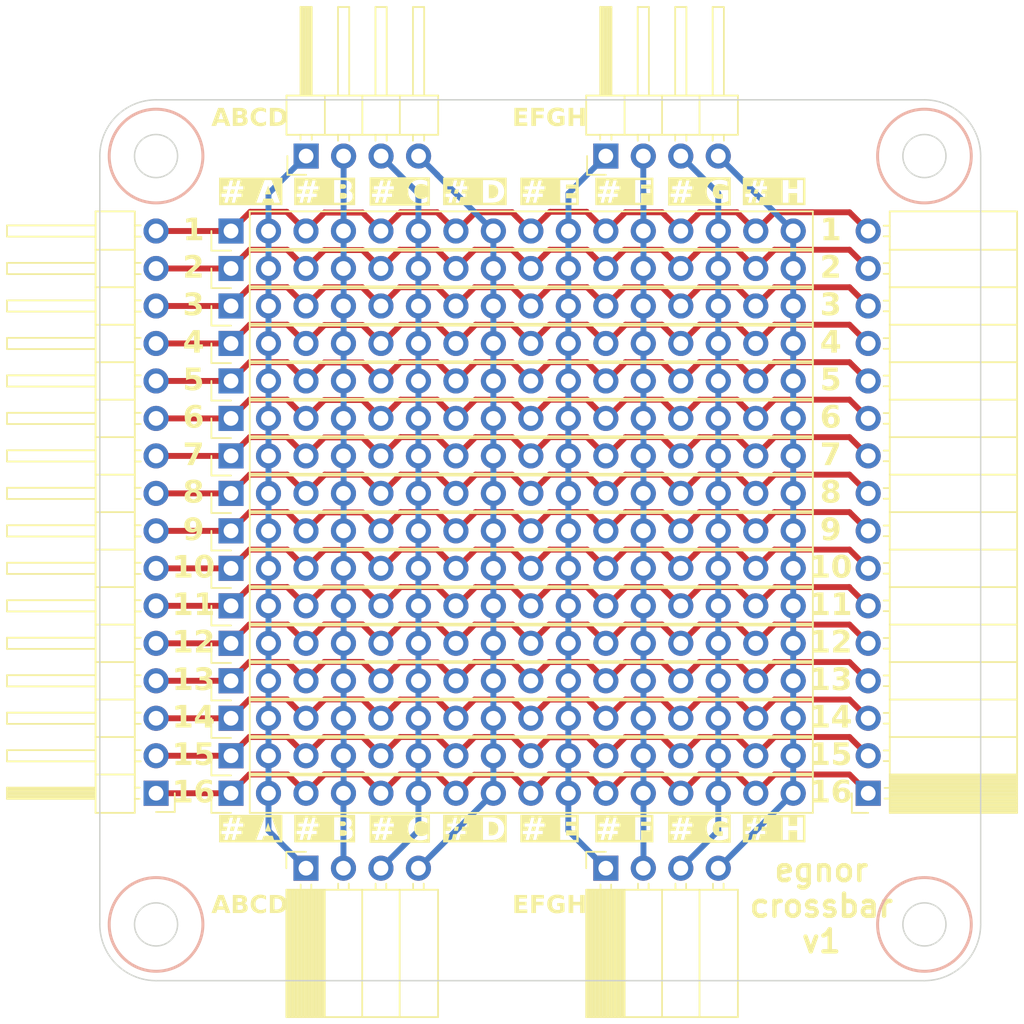
<source format=kicad_pcb>
(kicad_pcb (version 20221018) (generator pcbnew)
  (layers (0 "F.Cu" signal) (31 "B.Cu" signal) (34 "B.Paste" user) (35 "F.Paste" user) (36 "B.SilkS" user "B.Silkscreen") (37 "F.SilkS" user "F.Silkscreen") (38 "B.Mask" user) (39 "F.Mask" user) (44 "Edge.Cuts" user))
  (net 0 "")
  (net 1 "Net-(J1-Pin_1)")
  (net 2 "Net-(J10-Pin_2)")
  (net 3 "Net-(J10-Pin_4)")
  (net 4 "Net-(J10-Pin_6)")
  (net 5 "Net-(J10-Pin_8)")
  (net 6 "Net-(J10-Pin_10)")
  (net 7 "Net-(J10-Pin_12)")
  (net 8 "Net-(J10-Pin_14)")
  (net 9 "Net-(J1-Pin_16)")
  (net 10 "Net-(J1-Pin_2)")
  (net 11 "Net-(J1-Pin_3)")
  (net 12 "Net-(J1-Pin_4)")
  (net 13 "Net-(J1-Pin_5)")
  (net 14 "Net-(J1-Pin_6)")
  (net 15 "Net-(J1-Pin_7)")
  (net 16 "Net-(J1-Pin_8)")
  (net 17 "Net-(J1-Pin_9)")
  (net 18 "Net-(J1-Pin_10)")
  (net 19 "Net-(J1-Pin_11)")
  (net 20 "Net-(J1-Pin_12)")
  (net 21 "Net-(J1-Pin_13)")
  (net 22 "Net-(J1-Pin_14)")
  (net 23 "Net-(J1-Pin_15)")
  (net 24 "Net-(J10-Pin_16)")
  (footprint "Connector_PinHeader_2.54mm:PinHeader_1x16_P2.54mm_Vertical" (layer "F.Cu") (at 144.78 95.25 90)
    (fp_text reference "J9" hide)
    (fp_text value "Conn_01x16_Pin" hide)
  )
  (footprint "Connector_PinSocket_2.54mm:PinSocket_1x16_P2.54mm_Horizontal" (layer "F.Cu") (at 187.96 118.11 180)
    (fp_text reference "J2" hide)
    (fp_text value "Conn_01x16_Socket" hide)
  )
  (footprint "Connector_PinHeader_2.54mm:PinHeader_1x16_P2.54mm_Vertical" (layer "F.Cu") (at 144.78 113.03 90)
    (fp_text reference "J16" hide)
    (fp_text value "Conn_01x16_Pin" hide)
  )
  (footprint "Connector_PinSocket_2.54mm:PinSocket_1x04_P2.54mm_Horizontal" (layer "F.Cu") (at 170.18 123.19 90)
    (fp_text reference "J22" hide)
    (fp_text value "Conn_01x04_Socket" hide)
  )
  (footprint "Connector_PinSocket_2.54mm:PinSocket_1x04_P2.54mm_Horizontal" (layer "F.Cu") (at 149.86 123.19 90)
    (fp_text reference "J21" hide)
    (fp_text value "Conn_01x04_Socket" hide)
  )
  (footprint "Connector_PinHeader_2.54mm:PinHeader_1x16_P2.54mm_Vertical" (layer "F.Cu") (at 144.78 92.71 90)
    (fp_text reference "J8" hide)
    (fp_text value "Conn_01x16_Pin" hide)
  )
  (footprint "Connector_PinHeader_2.54mm:PinHeader_1x16_P2.54mm_Vertical" (layer "F.Cu") (at 144.78 110.49 90)
    (fp_text reference "J15" hide)
    (fp_text value "Conn_01x16_Pin" hide)
  )
  (footprint "Connector_PinHeader_2.54mm:PinHeader_1x16_P2.54mm_Vertical" (layer "F.Cu") (at 144.78 87.63 90)
    (fp_text reference "J6" hide)
    (fp_text value "Conn_01x16_Pin" hide)
  )
  (footprint "Connector_PinHeader_2.54mm:PinHeader_1x16_P2.54mm_Vertical" (layer "F.Cu") (at 144.78 102.87 90)
    (fp_text reference "J12" hide)
    (fp_text value "Conn_01x16_Pin" hide)
  )
  (footprint "Connector_PinHeader_2.54mm:PinHeader_1x16_P2.54mm_Vertical" (layer "F.Cu") (at 144.78 85.09 90)
    (fp_text reference "J5" hide)
    (fp_text value "Conn_01x16_Pin" hide)
  )
  (footprint "Connector_PinHeader_2.54mm:PinHeader_1x16_P2.54mm_Vertical" (layer "F.Cu") (at 144.78 80.01 90)
    (fp_text reference "J3" hide)
    (fp_text value "Conn_01x16_Pin" hide)
  )
  (footprint "Connector_PinHeader_2.54mm:PinHeader_1x16_P2.54mm_Vertical" (layer "F.Cu") (at 144.78 90.17 90)
    (fp_text reference "J7" hide)
    (fp_text value "Conn_01x16_Pin" hide)
  )
  (footprint "Connector_PinHeader_2.54mm:PinHeader_1x16_P2.54mm_Vertical" (layer "F.Cu") (at 144.78 100.33 90)
    (fp_text reference "J11" hide)
    (fp_text value "Conn_01x16_Pin" hide)
  )
  (footprint "Connector_PinHeader_2.54mm:PinHeader_1x16_P2.54mm_Vertical" (layer "F.Cu") (at 144.78 105.41 90)
    (fp_text reference "J13" hide)
    (fp_text value "Conn_01x16_Pin" hide)
  )
  (footprint "Connector_PinHeader_2.54mm:PinHeader_1x04_P2.54mm_Horizontal" (layer "F.Cu") (at 170.18 74.93 90)
    (fp_text reference "J20" hide)
    (fp_text value "Conn_01x04_Pin" hide)
  )
  (footprint "Connector_PinHeader_2.54mm:PinHeader_1x16_P2.54mm_Horizontal" (layer "F.Cu") (at 139.7 118.11 180)
    (fp_text reference "J1" hide)
    (fp_text value "Conn_01x16_Pin" hide)
  )
  (footprint "Connector_PinHeader_2.54mm:PinHeader_1x16_P2.54mm_Vertical" (layer "F.Cu") (at 144.78 82.55 90)
    (fp_text reference "J4" hide)
    (fp_text value "Conn_01x16_Pin" hide)
  )
  (footprint "Connector_PinHeader_2.54mm:PinHeader_1x16_P2.54mm_Vertical" (layer "F.Cu") (at 144.78 115.57 90)
    (fp_text reference "J17" hide)
    (fp_text value "Conn_01x16_Pin" hide)
  )
  (footprint "Connector_PinHeader_2.54mm:PinHeader_1x16_P2.54mm_Vertical" (layer "F.Cu") (at 144.78 97.79 90)
    (fp_text reference "J10" hide)
    (fp_text value "Conn_01x16_Pin" hide)
  )
  (footprint "Connector_PinHeader_2.54mm:PinHeader_1x16_P2.54mm_Vertical" (layer "F.Cu") (at 144.78 118.11 90)
    (fp_text reference "J18" hide)
    (fp_text value "Conn_01x16_Pin" hide)
  )
  (footprint "Connector_PinHeader_2.54mm:PinHeader_1x16_P2.54mm_Vertical" (layer "F.Cu") (at 144.78 107.95 90)
    (fp_text reference "J14" hide)
    (fp_text value "Conn_01x16_Pin" hide)
  )
  (footprint "Connector_PinHeader_2.54mm:PinHeader_1x04_P2.54mm_Horizontal" (layer "F.Cu") (at 149.87 74.93 90)
    (fp_text reference "J19" hide)
    (fp_text value "Conn_01x04_Pin" hide)
  )
  (gr_circle (center 139.7 127) (end 142.875 127) (stroke (width 0.2)) (fill none) (layer "B.SilkS"))
  (gr_circle (center 139.7 74.93) (end 142.875 74.93) (stroke (width 0.2)) (fill none) (layer "B.SilkS"))
  (gr_circle (center 191.77 127) (end 194.945 127) (stroke (width 0.2)) (fill none) (layer "B.SilkS"))
  (gr_circle (center 191.77 74.93) (end 194.945 74.93) (stroke (width 0.2)) (fill none) (layer "B.SilkS"))
  (gr_arc (start 191.77 71.12) (mid 194.464077 72.235923) (end 195.58 74.93) (stroke (width 0.1)) (layer "Edge.Cuts"))
  (gr_arc (start 135.89 74.93) (mid 137.005923 72.235923) (end 139.7 71.12) (stroke (width 0.1)) (layer "Edge.Cuts"))
  (gr_circle (center 191.77 127) (end 193.2305 127) (stroke (width 0.1)) (fill none) (layer "Edge.Cuts"))
  (gr_line (start 195.58 74.93) (end 195.58 127) (stroke (width 0.1)) (layer "Edge.Cuts"))
  (gr_arc (start 139.7 130.81) (mid 137.005923 129.694077) (end 135.89 127) (stroke (width 0.1)) (layer "Edge.Cuts"))
  (gr_circle (center 139.7 127) (end 141.1605 127) (stroke (width 0.1)) (fill none) (layer "Edge.Cuts"))
  (gr_line (start 139.7 71.12) (end 191.77 71.12) (stroke (width 0.1)) (layer "Edge.Cuts"))
  (gr_circle (center 191.77 74.93) (end 193.2305 74.93) (stroke (width 0.1)) (fill none) (layer "Edge.Cuts"))
  (gr_arc (start 195.58 127) (mid 194.464077 129.694077) (end 191.77 130.81) (stroke (width 0.1)) (layer "Edge.Cuts"))
  (gr_line (start 135.89 127) (end 135.89 74.93) (stroke (width 0.1)) (layer "Edge.Cuts"))
  (gr_line (start 191.77 130.81) (end 139.7 130.81) (stroke (width 0.1)) (layer "Edge.Cuts"))
  (gr_circle (center 139.7 74.93) (end 141.1605 74.93) (stroke (width 0.1)) (fill none) (layer "Edge.Cuts"))
  (gr_text "9" (at 185.42 100.33) (layer "F.SilkS") (effects (font (size 1.5 1.5) (thickness 0.3) bold)))
  (gr_text "2" (at 185.42 82.55) (layer "F.SilkS") (effects (font (size 1.5 1.5) (thickness 0.3) bold)))
  (gr_text "# F" (at 171.45 77.47) (layer "F.SilkS" knockout) (effects (font (size 1.5 1.5) (thickness 0.3) bold)))
  (gr_text "# F" (at 171.45 120.65) (layer "F.SilkS" knockout) (effects (font (size 1.5 1.5) (thickness 0.3) bold)))
  (gr_text "8" (at 142.24 97.79) (layer "F.SilkS") (effects (font (size 1.5 1.5) (thickness 0.3) bold)))
  (gr_text "3" (at 185.42 85.09) (layer "F.SilkS") (effects (font (size 1.5 1.5) (thickness 0.3) bold)))
  (gr_text "15" (at 185.42 115.57) (layer "F.SilkS") (effects (font (size 1.5 1.5) (thickness 0.3) bold)))
  (gr_text "# B" (at 151.13 77.47) (layer "F.SilkS" knockout) (effects (font (size 1.5 1.5) (thickness 0.3) bold)))
  (gr_text "2" (at 142.24 82.55) (layer "F.SilkS") (effects (font (size 1.5 1.5) (thickness 0.3) bold)))
  (gr_text "16" (at 185.42 118.11) (layer "F.SilkS") (effects (font (size 1.5 1.5) (thickness 0.3) bold)))
  (gr_text "1" (at 185.42 80.01) (layer "F.SilkS") (effects (font (size 1.5 1.5) (thickness 0.3) bold)))
  (gr_text "# G" (at 176.53 120.65) (layer "F.SilkS" knockout) (effects (font (size 1.5 1.5) (thickness 0.3) bold)))
  (gr_text "# D" (at 161.29 77.47) (layer "F.SilkS" knockout) (effects (font (size 1.5 1.5) (thickness 0.3) bold)))
  (gr_text "12" (at 142.24 107.95) (layer "F.SilkS") (effects (font (size 1.5 1.5) (thickness 0.3) bold)))
  (gr_text "6" (at 142.24 92.71) (layer "F.SilkS") (effects (font (size 1.5 1.5) (thickness 0.3) bold)))
  (gr_text "# D" (at 161.29 120.65) (layer "F.SilkS" knockout) (effects (font (size 1.5 1.5) (thickness 0.3) bold)))
  (gr_text "13" (at 142.24 110.49) (layer "F.SilkS") (effects (font (size 1.5 1.5) (thickness 0.3) bold)))
  (gr_text "# C" (at 156.21 120.65) (layer "F.SilkS" knockout) (effects (font (size 1.5 1.5) (thickness 0.3) bold)))
  (gr_text "5" (at 185.42 90.17) (layer "F.SilkS") (effects (font (size 1.5 1.5) (thickness 0.3) bold)))
  (gr_text "9" (at 142.24 100.33) (layer "F.SilkS") (effects (font (size 1.5 1.5) (thickness 0.3) bold)))
  (gr_text "6" (at 185.42 92.71) (layer "F.SilkS") (effects (font (size 1.5 1.5) (thickness 0.3) bold)))
  (gr_text "EFGH" (at 166.37 125.73) (layer "F.SilkS") (effects (font (size 1.2 1.2) (thickness 0.3) bold)))
  (gr_text "# B" (at 151.13 120.65) (layer "F.SilkS" knockout) (effects (font (size 1.5 1.5) (thickness 0.3) bold)))
  (gr_text "8" (at 185.42 97.79) (layer "F.SilkS") (effects (font (size 1.5 1.5) (thickness 0.3) bold)))
  (gr_text "1" (at 142.24 80.01) (layer "F.SilkS") (effects (font (size 1.5 1.5) (thickness 0.3) bold)))
  (gr_text "# A" (at 146.05 77.47) (layer "F.SilkS" knockout) (effects (font (size 1.5 1.5) (thickness 0.3) bold)))
  (gr_text "13" (at 185.42 110.49) (layer "F.SilkS") (effects (font (size 1.5 1.5) (thickness 0.3) bold)))
  (gr_text "ABCD" (at 146.05 125.73) (layer "F.SilkS") (effects (font (size 1.2 1.2) (thickness 0.3) bold)))
  (gr_text "10" (at 185.42 102.87) (layer "F.SilkS") (effects (font (size 1.5 1.5) (thickness 0.3) bold)))
  (gr_text "# E" (at 166.37 77.47) (layer "F.SilkS" knockout) (effects (font (size 1.5 1.5) (thickness 0.3) bold)))
  (gr_text "# E" (at 166.37 120.65) (layer "F.SilkS" knockout) (effects (font (size 1.5 1.5) (thickness 0.3) bold)))
  (gr_text "4" (at 185.42 87.63) (layer "F.SilkS") (effects (font (size 1.5 1.5) (thickness 0.3) bold)))
  (gr_text "# C" (at 156.21 77.47) (layer "F.SilkS" knockout) (effects (font (size 1.5 1.5) (thickness 0.3) bold)))
  (gr_text "4" (at 142.24 87.63) (layer "F.SilkS") (effects (font (size 1.5 1.5) (thickness 0.3) bold)))
  (gr_text "3" (at 142.24 85.09) (layer "F.SilkS") (effects (font (size 1.5 1.5) (thickness 0.3) bold)))
  (gr_text "# H" (at 181.61 77.47) (layer "F.SilkS" knockout) (effects (font (size 1.5 1.5) (thickness 0.3) bold)))
  (gr_text "11" (at 142.24 105.41) (layer "F.SilkS") (effects (font (size 1.5 1.5) (thickness 0.3) bold)))
  (gr_text "ABCD" (at 146.05 72.39) (layer "F.SilkS") (effects (font (size 1.2 1.2) (thickness 0.3) bold)))
  (gr_text "# G" (at 176.53 77.47) (layer "F.SilkS" knockout) (effects (font (size 1.5 1.5) (thickness 0.3) bold)))
  (gr_text "egnor\ncrossbar\nv1" (at 184.785 125.73) (layer "F.SilkS") (effects (font (size 1.5 1.5) (thickness 0.3) bold)))
  (gr_text "7" (at 185.42 95.25) (layer "F.SilkS") (effects (font (size 1.5 1.5) (thickness 0.3) bold)))
  (gr_text "16" (at 142.24 118.11) (layer "F.SilkS") (effects (font (size 1.5 1.5) (thickness 0.3) bold)))
  (gr_text "11" (at 185.42 105.41) (layer "F.SilkS") (effects (font (size 1.5 1.5) (thickness 0.3) bold)))
  (gr_text "# A" (at 146.05 120.65) (layer "F.SilkS" knockout) (effects (font (size 1.5 1.5) (thickness 0.3) bold)))
  (gr_text "# H" (at 181.61 120.65) (layer "F.SilkS" knockout) (effects (font (size 1.5 1.5) (thickness 0.3) bold)))
  (gr_text "12" (at 185.42 107.95) (layer "F.SilkS") (effects (font (size 1.5 1.5) (thickness 0.3) bold)))
  (gr_text "7" (at 142.24 95.25) (layer "F.SilkS") (effects (font (size 1.5 1.5) (thickness 0.3) bold)))
  (gr_text "14" (at 185.42 113.03) (layer "F.SilkS") (effects (font (size 1.5 1.5) (thickness 0.3) bold)))
  (gr_text "14" (at 142.24 113.03) (layer "F.SilkS") (effects (font (size 1.5 1.5) (thickness 0.3) bold)))
  (gr_text "15" (at 142.24 115.57) (layer "F.SilkS") (effects (font (size 1.5 1.5) (thickness 0.3) bold)))
  (gr_text "10" (at 142.24 102.87) (layer "F.SilkS") (effects (font (size 1.5 1.5) (thickness 0.3) bold)))
  (gr_text "5" (at 142.24 90.17) (layer "F.SilkS") (effects (font (size 1.5 1.5) (thickness 0.3) bold)))
  (gr_text "EFGH" (at 166.37 72.39) (layer "F.SilkS") (effects (font (size 1.2 1.2) (thickness 0.3) bold)))
  (segment (start 151.11 116.83) (end 153.69 116.83) (width 0.4) (layer "F.Cu") (net 1))
  (segment (start 179.07 116.84) (end 180.34 118.11) (width 0.4) (layer "F.Cu") (net 1))
  (segment (start 144.78 118.08) (end 146.02 116.84) (width 0.4) (layer "F.Cu") (net 1))
  (segment (start 161.27 116.86) (end 163.85 116.86) (width 0.4) (layer "F.Cu") (net 1))
  (segment (start 176.53 116.84) (end 179.07 116.84) (width 0.4) (layer "F.Cu") (net 1))
  (segment (start 186.69 116.84) (end 187.96 118.11) (width 0.4) (layer "F.Cu") (net 1))
  (segment (start 175.26 118.11) (end 176.53 116.84) (width 0.4) (layer "F.Cu") (net 1))
  (segment (start 160.02 118.11) (end 161.27 116.86) (width 0.4) (layer "F.Cu") (net 1))
  (segment (start 171.51 116.84) (end 173.99 116.84) (width 0.4) (layer "F.Cu") (net 1))
  (segment (start 180.34 118.11) (end 181.61 116.84) (width 0.4) (layer "F.Cu") (net 1))
  (segment (start 165.1 118.08) (end 166.34 116.84) (width 0.4) (layer "F.Cu") (net 1))
  (segment (start 168.94 116.84) (end 170.18 118.08) (width 0.4) (layer "F.Cu") (net 1))
  (segment (start 166.34 116.84) (end 168.94 116.84) (width 0.4) (layer "F.Cu") (net 1))
  (segment (start 181.61 116.84) (end 186.69 116.84) (width 0.4) (layer "F.Cu") (net 1))
  (segment (start 139.7 118.11) (end 144.78 118.11) (width 0.4) (layer "F.Cu") (net 1))
  (segment (start 153.69 116.83) (end 154.94 118.08) (width 0.4) (layer "F.Cu") (net 1))
  (segment (start 154.97 118.11) (end 156.24 116.84) (width 0.4) (layer "F.Cu") (net 1))
  (segment (start 149.86 118.08) (end 151.11 116.83) (width 0.4) (layer "F.Cu") (net 1))
  (segment (start 156.24 116.84) (end 158.75 116.84) (width 0.4) (layer "F.Cu") (net 1))
  (segment (start 173.99 116.84) (end 175.29 118.14) (width 0.4) (layer "F.Cu") (net 1))
  (segment (start 148.62 116.84) (end 149.86 118.08) (width 0.4) (layer "F.Cu") (net 1))
  (segment (start 146.02 116.84) (end 148.62 116.84) (width 0.4) (layer "F.Cu") (net 1))
  (segment (start 170.21 118.14) (end 171.51 116.84) (width 0.4) (layer "F.Cu") (net 1))
  (segment (start 163.85 116.86) (end 165.1 118.11) (width 0.4) (layer "F.Cu") (net 1))
  (segment (start 158.75 116.84) (end 160.02 118.11) (width 0.4) (layer "F.Cu") (net 1))
  (segment (start 149.86 74.93) (end 149.87 74.93) (width 0.4) (layer "B.Cu") (net 2))
  (segment (start 149.86 123.19) (end 147.32 120.65) (width 0.4) (layer "B.Cu") (net 2))
  (segment (start 147.32 77.47) (end 149.86 74.93) (width 0.4) (layer "B.Cu") (net 2))
  (segment (start 147.32 80.01) (end 147.32 118.11) (width 0.4) (layer "B.Cu") (net 2))
  (segment (start 147.32 120.65) (end 147.32 118.11) (width 0.4) (layer "B.Cu") (net 2))
  (segment (start 147.32 80.01) (end 147.32 77.47) (width 0.4) (layer "B.Cu") (net 2))
  (segment (start 152.41 118.1) (end 152.41 74.93) (width 0.4) (layer "B.Cu") (net 3))
  (segment (start 152.4 123.19) (end 152.4 118.11) (width 0.4) (layer "B.Cu") (net 3))
  (segment (start 154.94 123.19) (end 157.48 120.65) (width 0.4) (layer "B.Cu") (net 4))
  (segment (start 154.95 74.94) (end 154.95 74.93) (width 0.4) (layer "B.Cu") (net 4))
  (segment (start 157.48 80) (end 157.48 77.47) (width 0.4) (layer "B.Cu") (net 4))
  (segment (start 157.48 77.47) (end 154.95 74.94) (width 0.4) (layer "B.Cu") (net 4))
  (segment (start 157.48 120.65) (end 157.48 118.11) (width 0.4) (layer "B.Cu") (net 4))
  (segment (start 157.48 118.11) (end 157.48 80.01) (width 0.4) (layer "B.Cu") (net 4))
  (segment (start 158.75 76.2) (end 158.75 76.19) (width 0.4) (layer "B.Cu") (net 5))
  (segment (start 162.56 118.11) (end 157.48 123.19) (width 0.4) (layer "B.Cu") (net 5))
  (segment (start 158.75 76.2) (end 162.56 80.01) (width 0.4) (layer "B.Cu") (net 5))
  (segment (start 158.75 76.19) (end 157.49 74.93) (width 0.4) (layer "B.Cu") (net 5))
  (segment (start 162.56 80.01) (end 162.56 118.11) (width 0.4) (layer "B.Cu") (net 5))
  (segment (start 167.65 77.46) (end 170.18 74.93) (width 0.4) (layer "B.Cu") (net 6))
  (segment (start 167.65 80.01) (end 167.65 77.46) (width 0.4) (layer "B.Cu") (net 6))
  (segment (start 167.64 120.65) (end 167.64 118.11) (width 0.4) (layer "B.Cu") (net 6))
  (segment (start 167.64 118.11) (end 167.64 80.01) (width 0.4) (layer "B.Cu") (net 6))
  (segment (start 170.18 123.19) (end 167.64 120.65) (width 0.4) (layer "B.Cu") (net 6))
  (segment (start 172.73 123.18) (end 172.72 123.19) (width 0.4) (layer "B.Cu") (net 7))
  (segment (start 172.73 77.47) (end 172.73 123.18) (width 0.4) (layer "B.Cu") (net 7))
  (segment (start 172.72 77.46) (end 172.73 77.47) (width 0.4) (layer "B.Cu") (net 7))
  (segment (start 172.72 74.93) (end 172.72 77.46) (width 0.4) (layer "B.Cu") (net 7))
  (segment (start 177.8 80) (end 177.8 77.46) (width 0.4) (layer "B.Cu") (net 8))
  (segment (start 177.8 120.65) (end 177.8 118.11) (width 0.4) (layer "B.Cu") (net 8))
  (segment (start 177.8 77.46) (end 175.27 74.93) (width 0.4) (layer "B.Cu") (net 8))
  (segment (start 175.27 74.93) (end 175.26 74.93) (width 0.4) (layer "B.Cu") (net 8))
  (segment (start 175.26 123.19) (end 177.8 120.65) (width 0.4) (layer "B.Cu") (net 8))
  (segment (start 177.8 118.11) (end 177.8 80.01) (width 0.4) (layer "B.Cu") (net 8))
  (segment (start 166.4 78.71) (end 168.88 78.71) (width 0.4) (layer "F.Cu") (net 9))
  (segment (start 165.1 80.01) (end 166.4 78.71) (width 0.4) (layer "F.Cu") (net 9))
  (segment (start 187.96 80.01) (end 186.69 78.74) (width 0.4) (layer "F.Cu") (net 9))
  (segment (start 173.99 78.74) (end 175.29 80.04) (width 0.4) (layer "F.Cu") (net 9))
  (segment (start 151.11 78.76) (end 153.69 78.76) (width 0.4) (layer "F.Cu") (net 9))
  (segment (start 170.21 80.04) (end 171.51 78.74) (width 0.4) (layer "F.Cu") (net 9))
  (segment (start 154.97 80.04) (end 156.27 78.74) (width 0.4) (layer "F.Cu") (net 9))
  (segment (start 168.88 78.71) (end 170.18 80.01) (width 0.4) (layer "F.Cu") (net 9))
  (segment (start 181.61 78.74) (end 180.34 80.01) (width 0.4) (layer "F.Cu") (net 9))
  (segment (start 163.83 78.74) (end 165.13 80.04) (width 0.4) (layer "F.Cu") (net 9))
  (segment (start 149.86 80.01) (end 151.11 78.76) (width 0.4) (layer "F.Cu") (net 9))
  (segment (start 160.05 80.04) (end 161.35 78.74) (width 0.4) (layer "F.Cu") (net 9))
  (segment (start 179.07 78.74) (end 180.34 80.01) (width 0.4) (layer "F.Cu") (net 9))
  (segment (start 156.27 78.74) (end 158.75 78.74) (width 0.4) (layer "F.Cu") (net 9))
  (segment (start 139.7 80.01) (end 144.78 80.01) (width 0.4) (layer "F.Cu") (net 9))
  (segment (start 148.56 78.71) (end 149.86 80.01) (width 0.4) (layer "F.Cu") (net 9))
  (segment (start 171.51 78.74) (end 173.99 78.74) (width 0.4) (layer "F.Cu") (net 9))
  (segment (start 146.08 78.71) (end 148.56 78.71) (width 0.4) (layer "F.Cu") (net 9))
  (segment (start 153.69 78.76) (end 154.94 80.01) (width 0.4) (layer "F.Cu") (net 9))
  (segment (start 158.75 78.74) (end 160.05 80.04) (width 0.4) (layer "F.Cu") (net 9))
  (segment (start 176.53 78.74) (end 179.07 78.74) (width 0.4) (layer "F.Cu") (net 9))
  (segment (start 175.26 80.01) (end 176.53 78.74) (width 0.4) (layer "F.Cu") (net 9))
  (segment (start 186.69 78.74) (end 181.61 78.74) (width 0.4) (layer "F.Cu") (net 9))
  (segment (start 144.78 80.01) (end 146.08 78.71) (width 0.4) (layer "F.Cu") (net 9))
  (segment (start 161.35 78.74) (end 163.83 78.74) (width 0.4) (layer "F.Cu") (net 9))
  (segment (start 156.24 114.3) (end 158.75 114.3) (width 0.4) (layer "F.Cu") (net 10))
  (segment (start 146.02 114.3) (end 148.62 114.3) (width 0.4) (layer "F.Cu") (net 10))
  (segment (start 176.53 114.3) (end 179.07 114.3) (width 0.4) (layer "F.Cu") (net 10))
  (segment (start 165.1 115.54) (end 166.32 114.32) (width 0.4) (layer "F.Cu") (net 10))
  (segment (start 168.96 114.32) (end 170.18 115.54) (width 0.4) (layer "F.Cu") (net 10))
  (segment (start 179.07 114.3) (end 180.34 115.57) (width 0.4) (layer "F.Cu") (net 10))
  (segment (start 163.86 114.3) (end 161.29 114.3) (width 0.4) (layer "F.Cu") (net 10))
  (segment (start 153.7 114.3) (end 154.94 115.54) (width 0.4) (layer "F.Cu") (net 10))
  (segment (start 139.7 115.57) (end 144.78 115.57) (width 0.4) (layer "F.Cu") (net 10))
  (segment (start 173.99 114.3) (end 175.29 115.6) (width 0.4) (layer "F.Cu") (net 10))
  (segment (start 154.97 115.57) (end 156.24 114.3) (width 0.4) (layer "F.Cu") (net 10))
  (segment (start 163.86 114.3) (end 165.13 115.57) (width 0.4) (layer "F.Cu") (net 10))
  (segment (start 170.21 115.6) (end 171.51 114.3) (width 0.4) (layer "F.Cu") (net 10))
  (segment (start 148.62 114.3) (end 149.86 115.54) (width 0.4) (layer "F.Cu") (net 10))
  (segment (start 175.26 115.57) (end 176.53 114.3) (width 0.4) (layer "F.Cu") (net 10))
  (segment (start 180.34 115.57) (end 181.61 114.3) (width 0.4) (layer "F.Cu") (net 10))
  (segment (start 186.69 114.3) (end 187.96 115.57) (width 0.4) (layer "F.Cu") (net 10))
  (segment (start 161.29 114.3) (end 160.02 115.57) (width 0.4) (layer "F.Cu") (net 10))
  (segment (start 144.78 115.54) (end 146.02 114.3) (width 0.4) (layer "F.Cu") (net 10))
  (segment (start 166.32 114.32) (end 168.96 114.32) (width 0.4) (layer "F.Cu") (net 10))
  (segment (start 151.1 114.3) (end 153.7 114.3) (width 0.4) (layer "F.Cu") (net 10))
  (segment (start 158.75 114.3) (end 160.02 115.57) (width 0.4) (layer "F.Cu") (net 10))
  (segment (start 149.86 115.54) (end 151.1 114.3) (width 0.4) (layer "F.Cu") (net 10))
  (segment (start 171.51 114.3) (end 173.99 114.3) (width 0.4) (layer "F.Cu") (net 10))
  (segment (start 181.61 114.3) (end 186.69 114.3) (width 0.4) (layer "F.Cu") (net 10))
  (segment (start 156.24 111.76) (end 158.75 111.76) (width 0.4) (layer "F.Cu") (net 11))
  (segment (start 163.86 111.76) (end 165.13 113.03) (width 0.4) (layer "F.Cu") (net 11))
  (segment (start 158.75 111.76) (end 160.02 113.03) (width 0.4) (layer "F.Cu") (net 11))
  (segment (start 186.69 111.76) (end 187.96 113.03) (width 0.4) (layer "F.Cu") (net 11))
  (segment (start 171.51 111.76) (end 173.99 111.76) (width 0.4) (layer "F.Cu") (net 11))
  (segment (start 151.14 111.75) (end 149.86 113.03) (width 0.4) (layer "F.Cu") (net 11))
  (segment (start 175.26 113.03) (end 176.53 111.76) (width 0.4) (layer "F.Cu") (net 11))
  (segment (start 180.34 113.03) (end 181.61 111.76) (width 0.4) (layer "F.Cu") (net 11))
  (segment (start 166.34 111.76) (end 168.94 111.76) (width 0.4) (layer "F.Cu") (net 11))
  (segment (start 144.78 113) (end 146.03 111.75) (width 0.4) (layer "F.Cu") (net 11))
  (segment (start 153.69 111.75) (end 151.14 111.75) (width 0.4) (layer "F.Cu") (net 11))
  (segment (start 161.29 111.76) (end 160.02 113.03) (width 0.4) (layer "F.Cu") (net 11))
  (segment (start 153.69 111.75) (end 154.94 113) (width 0.4) (layer "F.Cu") (net 11))
  (segment (start 139.7 113.03) (end 144.78 113.03) (width 0.4) (layer "F.Cu") (net 11))
  (segment (start 146.03 111.75) (end 148.58 111.75) (width 0.4) (layer "F.Cu") (net 11))
  (segment (start 165.1 113) (end 166.34 111.76) (width 0.4) (layer "F.Cu") (net 11))
  (segment (start 154.97 113.03) (end 156.24 111.76) (width 0.4) (layer "F.Cu") (net 11))
  (segment (start 181.61 111.76) (end 186.69 111.76) (width 0.4) (layer "F.Cu") (net 11))
  (segment (start 173.99 111.76) (end 175.29 113.06) (width 0.4) (layer "F.Cu") (net 11))
  (segment (start 163.86 111.76) (end 161.29 111.76) (width 0.4) (layer "F.Cu") (net 11))
  (segment (start 179.07 111.76) (end 180.34 113.03) (width 0.4) (layer "F.Cu") (net 11))
  (segment (start 168.94 111.76) (end 170.18 113) (width 0.4) (layer "F.Cu") (net 11))
  (segment (start 176.53 111.76) (end 179.07 111.76) (width 0.4) (layer "F.Cu") (net 11))
  (segment (start 148.58 111.75) (end 149.86 113.03) (width 0.4) (layer "F.Cu") (net 11))
  (segment (start 170.21 113.06) (end 171.51 111.76) (width 0.4) (layer "F.Cu") (net 11))
  (segment (start 158.77 109.24) (end 160.02 110.49) (width 0.4) (layer "F.Cu") (net 12))
  (segment (start 168.94 109.22) (end 170.18 110.46) (width 0.4) (layer "F.Cu") (net 12))
  (segment (start 179.07 109.22) (end 180.34 110.49) (width 0.4) (layer "F.Cu") (net 12))
  (segment (start 170.21 110.52) (end 171.51 109.22) (width 0.4) (layer "F.Cu") (net 12))
  (segment (start 151.11 109.21) (end 153.69 109.21) (width 0.4) (layer "F.Cu") (net 12))
  (segment (start 175.26 110.49) (end 176.53 109.22) (width 0.4) (layer "F.Cu") (net 12))
  (segment (start 148.62 109.22) (end 149.86 110.46) (width 0.4) (layer "F.Cu") (net 12))
  (segment (start 160.02 110.49) (end 161.29 109.22) (width 0.4) (layer "F.Cu") (net 12))
  (segment (start 149.86 110.46) (end 151.11 109.21) (width 0.4) (layer "F.Cu") (net 12))
  (segment (start 154.94 110.49) (end 156.19 109.24) (width 0.4) (layer "F.Cu") (net 12))
  (segment (start 163.86 109.22) (end 165.13 110.49) (width 0.4) (layer "F.Cu") (net 12))
  (segment (start 165.1 110.46) (end 166.34 109.22) (width 0.4) (layer "F.Cu") (net 12))
  (segment (start 139.7 110.49) (end 144.78 110.49) (width 0.4) (layer "F.Cu") (net 12))
  (segment (start 180.34 110.49) (end 181.61 109.22) (width 0.4) (layer "F.Cu") (net 12))
  (segment (start 144.78 110.46) (end 146.02 109.22) (width 0.4) (layer "F.Cu") (net 12))
  (segment (start 161.29 109.22) (end 163.86 109.22) (width 0.4) (layer "F.Cu") (net 12))
  (segment (start 166.34 109.22) (end 168.94 109.22) (width 0.4) (layer "F.Cu") (net 12))
  (segment (start 173.99 109.22) (end 175.29 110.52) (width 0.4) (layer "F.Cu") (net 12))
  (segment (start 171.51 109.22) (end 173.99 109.22) (width 0.4) (layer "F.Cu") (net 12))
  (segment (start 186.69 109.22) (end 187.96 110.49) (width 0.4) (layer "F.Cu") (net 12))
  (segment (start 146.02 109.22) (end 148.62 109.22) (width 0.4) (layer "F.Cu") (net 12))
  (segment (start 181.61 109.22) (end 186.69 109.22) (width 0.4) (layer "F.Cu") (net 12))
  (segment (start 176.53 109.22) (end 179.07 109.22) (width 0.4) (layer "F.Cu") (net 12))
  (segment (start 156.19 109.24) (end 158.77 109.24) (width 0.4) (layer "F.Cu") (net 12))
  (segment (start 153.69 109.21) (end 154.94 110.46) (width 0.4) (layer "F.Cu") (net 12))
  (segment (start 173.99 106.68) (end 175.29 107.98) (width 0.4) (layer "F.Cu") (net 13))
  (segment (start 168.94 106.68) (end 170.18 107.92) (width 0.4) (layer "F.Cu") (net 13))
  (segment (start 156.24 106.68) (end 158.75 106.68) (width 0.4) (layer "F.Cu") (net 13))
  (segment (start 165.1 107.92) (end 166.34 106.68) (width 0.4) (layer "F.Cu") (net 13))
  (segment (start 153.69 106.67) (end 154.94 107.92) (width 0.4) (layer "F.Cu") (net 13))
  (segment (start 176.53 106.68) (end 179.07 106.68) (width 0.4) (layer "F.Cu") (net 13))
  (segment (start 154.97 107.95) (end 156.24 106.68) (width 0.4) (layer "F.Cu") (net 13))
  (segment (start 186.69 106.68) (end 187.96 107.95) (width 0.4) (layer "F.Cu") (net 13))
  (segment (start 175.26 107.95) (end 176.53 106.68) (width 0.4) (layer "F.Cu") (net 13))
  (segment (start 180.34 107.95) (end 181.61 106.68) (width 0.4) (layer "F.Cu") (net 13))
  (segment (start 179.07 106.68) (end 180.34 107.95) (width 0.4) (layer "F.Cu") (net 13))
  (segment (start 146.02 106.68) (end 148.62 106.68) (width 0.4) (layer "F.Cu") (net 13))
  (segment (start 166.34 106.68) (end 168.94 106.68) (width 0.4) (layer "F.Cu") (net 13))
  (segment (start 161.29 106.68) (end 160.02 107.95) (width 0.4) (layer "F.Cu") (net 13))
  (segment (start 151.11 106.67) (end 153.69 106.67) (width 0.4) (layer "F.Cu") (net 13))
  (segment (start 163.86 106.68) (end 161.29 106.68) (width 0.4) (layer "F.Cu") (net 13))
  (segment (start 170.21 107.98) (end 171.51 106.68) (width 0.4) (layer "F.Cu") (net 13))
  (segment (start 171.51 106.68) (end 173.99 106.68) (width 0.4) (layer "F.Cu") (net 13))
  (segment (start 139.7 107.95) (end 144.78 107.95) (width 0.4) (layer "F.Cu") (net 13))
  (segment (start 158.75 106.68) (end 160.02 107.95) (width 0.4) (layer "F.Cu") (net 13))
  (segment (start 181.61 106.68) (end 186.69 106.68) (width 0.4) (layer "F.Cu") (net 13))
  (segment (start 144.78 107.92) (end 146.02 106.68) (width 0.4) (layer "F.Cu") (net 13))
  (segment (start 163.86 106.68) (end 165.13 107.95) (width 0.4) (layer "F.Cu") (net 13))
  (segment (start 149.86 107.92) (end 151.11 106.67) (width 0.4) (layer "F.Cu") (net 13))
  (segment (start 148.62 106.68) (end 149.86 107.92) (width 0.4) (layer "F.Cu") (net 13))
  (segment (start 171.54 104.14) (end 173.96 104.14) (width 0.4) (layer "F.Cu") (net 14))
  (segment (start 158.75 104.14) (end 160.05 105.44) (width 0.4) (layer "F.Cu") (net 14))
  (segment (start 139.7 105.41) (end 144.78 105.41) (width 0.4) (layer "F.Cu") (net 14))
  (segment (start 148.59 104.14) (end 149.86 105.41) (width 0.4) (layer "F.Cu") (net 14))
  (segment (start 163.83 104.14) (end 165.13 105.44) (width 0.4) (layer "F.Cu") (net 14))
  (segment (start 168.91 104.14) (end 170.18 105.41) (width 0.4) (layer "F.Cu") (net 14))
  (segment (start 166.37 104.14) (end 168.91 104.14) (width 0.4) (layer "F.Cu") (net 14))
  (segment (start 179.04 104.14) (end 180.34 105.44) (width 0.4) (layer "F.Cu") (net 14))
  (segment (start 186.66 104.14) (end 187.96 105.44) (width 0.4) (layer "F.Cu") (net 14))
  (segment (start 165.1 105.41) (end 166.37 104.14) (width 0.4) (layer "F.Cu") (net 14))
  (segment (start 176.56 104.14) (end 179.04 104.14) (width 0.4) (layer "F.Cu") (net 14))
  (segment (start 160.05 105.44) (end 161.35 104.14) (width 0.4) (layer "F.Cu") (net 14))
  (segment (start 156.27 104.14) (end 158.75 104.14) (width 0.4) (layer "F.Cu") (net 14))
  (segment (start 181.64 104.14) (end 186.69 104.14) (width 0.4) (layer "F.Cu") (net 14))
  (segment (start 144.78 105.41) (end 146.05 104.14) (width 0.4) (layer "F.Cu") (net 14))
  (segment (start 146.05 104.14) (end 148.59 104.14) (width 0.4) (layer "F.Cu") (net 14))
  (segment (start 175.26 105.44) (end 176.56 104.14) (width 0.4) (layer "F.Cu") (net 14))
  (segment (start 149.86 105.41) (end 151.11 104.16) (width 0.4) (layer "F.Cu") (net 14))
  (segment (start 170.21 105.47) (end 171.54 104.14) (width 0.4) (layer "F.Cu") (net 14))
  (segment (start 153.69 104.16) (end 154.94 105.41) (width 0.4) (layer "F.Cu") (net 14))
  (segment (start 151.11 104.16) (end 153.69 104.16) (width 0.4) (layer "F.Cu") (net 14))
  (segment (start 180.34 105.44) (end 181.64 104.14) (width 0.4) (layer "F.Cu") (net 14))
  (segment (start 161.35 104.14) (end 163.83 104.14) (width 0.4) (layer "F.Cu") (net 14))
  (segment (start 154.97 105.44) (end 156.27 104.14) (width 0.4) (layer "F.Cu") (net 14))
  (segment (start 173.96 104.14) (end 175.29 105.47) (width 0.4) (layer "F.Cu") (net 14))
  (segment (start 166.37 101.6) (end 168.91 101.6) (width 0.4) (layer "F.Cu") (net 15))
  (segment (start 160.05 102.9) (end 161.35 101.6) (width 0.4) (layer "F.Cu") (net 15))
  (segment (start 186.69 101.6) (end 187.96 102.87) (width 0.4) (layer "F.Cu") (net 15))
  (segment (start 148.59 101.6) (end 149.86 102.87) (width 0.4) (layer "F.Cu") (net 15))
  (segment (start 179.07 101.6) (end 180.34 102.87) (width 0.4) (layer "F.Cu") (net 15))
  (segment (start 181.61 101.6) (end 186.69 101.6) (width 0.4) (layer "F.Cu") (net 15))
  (segment (start 163.83 101.6) (end 165.13 102.9) (width 0.4) (layer "F.Cu") (net 15))
  (segment (start 146.05 101.6) (end 148.59 101.6) (width 0.4) (layer "F.Cu") (net 15))
  (segment (start 168.91 101.6) (end 170.18 102.87) (width 0.4) (layer "F.Cu") (net 15))
  (segment (start 156.27 101.6) (end 158.75 101.6) (width 0.4) (layer "F.Cu") (net 15))
  (segment (start 153.69 101.62) (end 154.94 102.87) (width 0.4) (layer "F.Cu") (net 15))
  (segment (start 180.34 102.87) (end 181.61 101.6) (width 0.4) (layer "F.Cu") (net 15))
  (segment (start 170.21 102.9) (end 171.51 101.6) (width 0.4) (layer "F.Cu") (net 15))
  (segment (start 144.78 102.87) (end 146.05 101.6) (width 0.4) (layer "F.Cu") (net 15))
  (segment (start 149.86 102.87) (end 151.11 101.62) (width 0.4) (layer "F.Cu") (net 15))
  (segment (start 175.26 102.87) (end 176.53 101.6) (width 0.4) (layer "F.Cu") (net 15))
  (segment (start 161.35 101.6) (end 163.83 101.6) (width 0.4) (layer "F.Cu") (net 15))
  (segment (start 154.97 102.9) (end 156.27 101.6) (width 0.4) (layer "F.Cu") (net 15))
  (segment (start 176.53 101.6) (end 179.07 101.6) (width 0.4) (layer "F.Cu") (net 15))
  (segment (start 165.1 102.87) (end 166.37 101.6) (width 0.4) (layer "F.Cu") (net 15))
  (segment (start 171.51 101.6) (end 173.99 101.6) (width 0.4) (layer "F.Cu") (net 15))
  (segment (start 139.7 102.87) (end 144.78 102.87) (width 0.4) (layer "F.Cu") (net 15))
  (segment (start 158.75 101.6) (end 160.05 102.9) (width 0.4) (layer "F.Cu") (net 15))
  (segment (start 173.99 101.6) (end 175.29 102.9) (width 0.4) (layer "F.Cu") (net 15))
  (segment (start 151.11 101.62) (end 153.69 101.62) (width 0.4) (layer "F.Cu") (net 15))
  (segment (start 166.37 99.06) (end 168.91 99.06) (width 0.4) (layer "F.Cu") (net 16))
  (segment (start 168.91 99.06) (end 170.18 100.33) (width 0.4) (layer "F.Cu") (net 16))
  (segment (start 165.1 100.33) (end 166.37 99.06) (width 0.4) (layer "F.Cu") (net 16))
  (segment (start 180.34 100.33) (end 181.61 99.06) (width 0.4) (layer "F.Cu") (net 16))
  (segment (start 176.53 99.06) (end 179.07 99.06) (width 0.4) (layer "F.Cu") (net 16))
  (segment (start 179.07 99.06) (end 180.34 100.33) (width 0.4) (layer "F.Cu") (net 16))
  (segment (start 170.21 100.36) (end 171.51 99.06) (width 0.4) (layer "F.Cu") (net 16))
  (segment (start 175.26 100.33) (end 176.53 99.06) (width 0.4) (layer "F.Cu") (net 16))
  (segment (start 153.69 99.08) (end 154.94 100.33) (width 0.4) (layer "F.Cu") (net 16))
  (segment (start 163.83 99.06) (end 165.13 100.36) (width 0.4) (layer "F.Cu") (net 16))
  (segment (start 146.05 99.06) (end 148.59 99.06) (width 0.4) (layer "F.Cu") (net 16))
  (segment (start 186.69 99.06) (end 187.96 100.33) (width 0.4) (layer "F.Cu") (net 16))
  (segment (start 181.61 99.06) (end 186.69 99.06) (width 0.4) (layer "F.Cu") (net 16))
  (segment (start 156.27 99.06) (end 158.75 99.06) (width 0.4) (layer "F.Cu") (net 16))
  (segment (start 173.99 99.06) (end 175.29 100.36) (width 0.4) (layer "F.Cu") (net 16))
  (segment (start 161.35 99.06) (end 163.83 99.06) (width 0.4) (layer "F.Cu") (net 16))
  (segment (start 158.75 99.06) (end 160.05 100.36) (width 0.4) (layer "F.Cu") (net 16))
  (segment (start 160.05 100.36) (end 161.35 99.06) (width 0.4) (layer "F.Cu") (net 16))
  (segment (start 148.59 99.06) (end 149.86 100.33) (width 0.4) (layer "F.Cu") (net 16))
  (segment (start 149.86 100.33) (end 151.11 99.08) (width 0.4) (layer "F.Cu") (net 16))
  (segment (start 151.11 99.08) (end 153.69 99.08) (width 0.4) (layer "F.Cu") (net 16))
  (segment (start 139.7 100.33) (end 144.78 100.33) (width 0.4) (layer "F.Cu") (net 16))
  (segment (start 154.97 100.36) (end 156.27 99.06) (width 0.4) (layer "F.Cu") (net 16))
  (segment (start 171.51 99.06) (end 173.99 99.06) (width 0.4) (layer "F.Cu") (net 16))
  (segment (start 144.78 100.33) (end 146.05 99.06) (width 0.4) (layer "F.Cu") (net 16))
  (segment (start 161.35 96.52) (end 163.83 96.52) (width 0.4) (layer "F.Cu") (net 17))
  (segment (start 181.61 96.52) (end 186.69 96.52) (width 0.4) (layer "F.Cu") (net 17))
  (segment (start 146.05 96.52) (end 148.59 96.52) (width 0.4) (layer "F.Cu") (net 17))
  (segment (start 170.21 97.82) (end 171.51 96.52) (width 0.4) (layer "F.Cu") (net 17))
  (segment (start 171.51 96.52) (end 173.99 96.52) (width 0.4) (layer "F.Cu") (net 17))
  (segment (start 144.78 97.79) (end 146.05 96.52) (width 0.4) (layer "F.Cu") (net 17))
  (segment (start 158.75 96.52) (end 160.05 97.82) (width 0.4) (layer "F.Cu") (net 17))
  (segment (start 168.91 96.52) (end 170.18 97.79) (width 0.4) (layer "F.Cu") (net 17))
  (segment (start 179.07 96.52) (end 180.34 97.79) (width 0.4) (layer "F.Cu") (net 17))
  (segment (start 160.05 97.82) (end 161.35 96.52) (width 0.4) (layer "F.Cu") (net 17))
  (segment (start 151.13 96.52) (end 153.67 96.52) (width 0.4) (layer "F.Cu") (net 17))
  (segment (start 176.53 96.52) (end 179.07 96.52) (width 0.4) (layer "F.Cu") (net 17))
  (segment (start 173.99 96.52) (end 175.29 97.82) (width 0.4) (layer "F.Cu") (net 17))
  (segment (start 156.27 96.52) (end 158.75 96.52) (width 0.4) (layer "F.Cu") (net 17))
  (segment (start 149.86 97.79) (end 151.13 96.52) (width 0.4) (layer "F.Cu") (net 17))
  (segment (start 166.37 96.52) (end 168.91 96.52) (width 0.4) (layer "F.Cu") (net 17))
  (segment (start 175.26 97.79) (end 176.53 96.52) (width 0.4) (layer "F.Cu") (net 17))
  (segment (start 153.67 96.52) (end 154.94 97.79) (width 0.4) (layer "F.Cu") (net 17))
  (segment (start 186.69 96.52) (end 187.96 97.79) (width 0.4) (layer "F.Cu") (net 17))
  (segment (start 163.83 96.52) (end 165.13 97.82) (width 0.4) (layer "F.Cu") (net 17))
  (segment (start 139.7 97.79) (end 144.78 97.79) (width 0.4) (layer "F.Cu") (net 17))
  (segment (start 148.59 96.52) (end 149.86 97.79) (width 0.4) (layer "F.Cu") (net 17))
  (segment (start 165.1 97.79) (end 166.37 96.52) (width 0.4) (layer "F.Cu") (net 17))
  (segment (start 154.97 97.82) (end 156.27 96.52) (width 0.4) (layer "F.Cu") (net 17))
  (segment (start 180.34 97.79) (end 181.61 96.52) (width 0.4) (layer "F.Cu") (net 17))
  (segment (start 179.07 93.98) (end 180.34 95.25) (width 0.4) (layer "F.Cu") (net 18))
  (segment (start 175.26 95.25) (end 176.53 93.98) (width 0.4) (layer "F.Cu") (net 18))
  (segment (start 151.11 94) (end 153.69 94) (width 0.4) (layer "F.Cu") (net 18))
  (segment (start 144.78 95.25) (end 146.05 93.98) (width 0.4) (layer "F.Cu") (net 18))
  (segment (start 165.1 95.25) (end 166.37 93.98) (width 0.4) (layer "F.Cu") (net 18))
  (segment (start 186.69 93.98) (end 187.96 95.25) (width 0.4) (layer "F.Cu") (net 18))
  (segment (start 160.05 95.28) (end 161.35 93.98) (width 0.4) (layer "F.Cu") (net 18))
  (segment (start 181.61 93.98) (end 186.69 93.98) (width 0.4) (layer "F.Cu") (net 18))
  (segment (start 180.34 95.25) (end 181.61 93.98) (width 0.4) (layer "F.Cu") (net 18))
  (segment (start 173.99 93.98) (end 175.29 95.28) (width 0.4) (layer "F.Cu") (net 18))
  (segment (start 146.05 93.98) (end 148.59 93.98) (width 0.4) (layer "F.Cu") (net 18))
  (segment (start 166.37 93.98) (end 168.91 93.98) (width 0.4) (layer "F.Cu") (net 18))
  (segment (start 154.97 95.28) (end 156.27 93.98) (width 0.4) (layer "F.Cu") (net 18))
  (segment (start 153.69 94) (end 154.94 95.25) (width 0.4) (layer "F.Cu") (net 18))
  (segment (start 161.35 93.98) (end 163.83 93.98) (width 0.4) (layer "F.Cu") (net 18))
  (segment (start 170.21 95.28) (end 171.51 93.98) (width 0.4) (layer "F.Cu") (net 18))
  (segment (start 158.75 93.98) (end 160.05 95.28) (width 0.4) (layer "F.Cu") (net 18))
  (segment (start 148.59 93.98) (end 149.86 95.25) (width 0.4) (layer "F.Cu") (net 18))
  (segment (start 176.53 93.98) (end 179.07 93.98) (width 0.4) (layer "F.Cu") (net 18))
  (segment (start 139.7 95.25) (end 144.78 95.25) (width 0.4) (layer "F.Cu") (net 18))
  (segment (start 163.83 93.98) (end 165.13 95.28) (width 0.4) (layer "F.Cu") (net 18))
  (segment (start 156.27 93.98) (end 158.75 93.98) (width 0.4) (layer "F.Cu") (net 18))
  (segment (start 149.86 95.25) (end 151.11 94) (width 0.4) (layer "F.Cu") (net 18))
  (segment (start 168.91 93.98) (end 170.18 95.25) (width 0.4) (layer "F.Cu") (net 18))
  (segment (start 171.51 93.98) (end 173.99 93.98) (width 0.4) (layer "F.Cu") (net 18))
  (segment (start 163.83 91.44) (end 165.13 92.74) (width 0.4) (layer "F.Cu") (net 19))
  (segment (start 144.78 92.71) (end 146.05 91.44) (width 0.4) (layer "F.Cu") (net 19))
  (segment (start 180.34 92.71) (end 181.61 91.44) (width 0.4) (layer "F.Cu") (net 19))
  (segment (start 170.21 92.74) (end 171.51 91.44) (width 0.4) (layer "F.Cu") (net 19))
  (segment (start 149.86 92.71) (end 151.11 91.46) (width 0.4) (layer "F.Cu") (net 19))
  (segment (start 154.97 92.74) (end 156.27 91.44) (width 0.4) (layer "F.Cu") (net 19))
  (segment (start 179.07 91.44) (end 180.34 92.71) (width 0.4) (layer "F.Cu") (net 19))
  (segment (start 181.61 91.44) (end 186.69 91.44) (width 0.4) (layer "F.Cu") (net 19))
  (segment (start 153.69 91.46) (end 154.94 92.71) (width 0.4) (layer "F.Cu") (net 19))
  (segment (start 151.11 91.46) (end 153.69 91.46) (width 0.4) (layer "F.Cu") (net 19))
  (segment (start 171.51 91.44) (end 173.99 91.44) (width 0.4) (layer "F.Cu") (net 19))
  (segment (start 161.35 91.44) (end 163.83 91.44) (width 0.4) (layer "F.Cu") (net 19))
  (segment (start 165.1 92.71) (end 166.37 91.44) (width 0.4) (layer "F.Cu") (net 19))
  (segment (start 176.53 91.44) (end 179.07 91.44) (width 0.4) (layer "F.Cu") (net 19))
  (segment (start 186.69 91.44) (end 187.96 92.71) (width 0.4) (layer "F.Cu") (net 19))
  (segment (start 139.7 92.71) (end 144.78 92.71) (width 0.4) (layer "F.Cu") (net 19))
  (segment (start 146.05 91.44) (end 148.59 91.44) (width 0.4) (layer "F.Cu") (net 19))
  (segment (start 166.37 91.44) (end 168.91 91.44) (width 0.4) (layer "F.Cu") (net 19))
  (segment (start 168.91 91.44) (end 170.18 92.71) (width 0.4) (layer "F.Cu") (net 19))
  (segment (start 160.05 92.74) (end 161.35 91.44) (width 0.4) (layer "F.Cu") (net 19))
  (segment (start 156.27 91.44) (end 158.75 91.44) (width 0.4) (layer "F.Cu") (net 19))
  (segment (start 173.99 91.44) (end 175.29 92.74) (width 0.4) (layer "F.Cu") (net 19))
  (segment (start 175.26 92.71) (end 176.53 91.44) (width 0.4) (layer "F.Cu") (net 19))
  (segment (start 158.75 91.44) (end 160.05 92.74) (width 0.4) (layer "F.Cu") (net 19))
  (segment (start 148.59 91.44) (end 149.86 92.71) (width 0.4) (layer "F.Cu") (net 19))
  (segment (start 161.35 88.9) (end 163.83 88.9) (width 0.4) (layer "F.Cu") (net 20))
  (segment (start 146.05 88.9) (end 148.59 88.9) (width 0.4) (layer "F.Cu") (net 20))
  (segment (start 139.7 90.17) (end 144.78 90.17) (width 0.4) (layer "F.Cu") (net 20))
  (segment (start 163.83 88.9) (end 165.13 90.2) (width 0.4) (layer "F.Cu") (net 20))
  (segment (start 160.05 90.2) (end 161.35 88.9) (width 0.4) (layer "F.Cu") (net 20))
  (segment (start 166.37 88.9) (end 168.91 88.9) (width 0.4) (layer "F.Cu") (net 20))
  (segment (start 176.53 88.9) (end 179.07 88.9) (width 0.4) (layer "F.Cu") (net 20))
  (segment (start 186.69 88.9) (end 187.96 90.17) (width 0.4) (layer "F.Cu") (net 20))
  (segment (start 153.69 88.92) (end 154.94 90.17) (width 0.4) (layer "F.Cu") (net 20))
  (segment (start 168.91 88.9) (end 170.18 90.17) (width 0.4) (layer "F.Cu") (net 20))
  (segment (start 151.11 88.92) (end 153.69 88.92) (width 0.4) (layer "F.Cu") (net 20))
  (segment (start 175.26 90.17) (end 176.53 88.9) (width 0.4) (layer "F.Cu") (net 20))
  (segment (start 156.27 88.9) (end 158.75 88.9) (width 0.4) (layer "F.Cu") (net 20))
  (segment (start 173.99 88.9) (end 175.29 90.2) (width 0.4) (layer "F.Cu") (net 20))
  (segment (start 181.61 88.9) (end 186.69 88.9) (width 0.4) (layer "F.Cu") (net 20))
  (segment (start 180.34 90.17) (end 181.61 88.9) (width 0.4) (layer "F.Cu") (net 20))
  (segment (start 165.1 90.17) (end 166.37 88.9) (width 0.4) (layer "F.Cu") (net 20))
  (segment (start 171.51 88.9) (end 173.99 88.9) (width 0.4) (layer "F.Cu") (net 20))
  (segment (start 158.75 88.9) (end 160.05 90.2) (width 0.4) (layer "F.Cu") (net 20))
  (segment (start 154.97 90.2) (end 156.27 88.9) (width 0.4) (layer "F.Cu") (net 20))
  (segment (start 170.21 90.2) (end 171.51 88.9) (width 0.4) (layer "F.Cu") (net 20))
  (segment (start 179.07 88.9) (end 180.34 90.17) (width 0.4) (layer "F.Cu") (net 20))
  (segment (start 144.78 90.17) (end 146.05 88.9) (width 0.4) (layer "F.Cu") (net 20))
  (segment (start 148.59 88.9) (end 149.86 90.17) (width 0.4) (layer "F.Cu") (net 20))
  (segment (start 149.86 90.17) (end 151.11 88.92) (width 0.4) (layer "F.Cu") (net 20))
  (segment (start 160.05 87.66) (end 161.35 86.36) (width 0.4) (layer "F.Cu") (net 21))
  (segment (start 168.91 86.36) (end 170.18 87.63) (width 0.4) (layer "F.Cu") (net 21))
  (segment (start 154.97 87.66) (end 156.27 86.36) (width 0.4) (layer "F.Cu") (net 21))
  (segment (start 165.1 87.63) (end 166.37 86.36) (width 0.4) (layer "F.Cu") (net 21))
  (segment (start 166.37 86.36) (end 168.91 86.36) (width 0.4) (layer "F.Cu") (net 21))
  (segment (start 148.59 86.36) (end 149.86 87.63) (width 0.4) (layer "F.Cu") (net 21))
  (segment (start 146.05 86.36) (end 148.59 86.36) (width 0.4) (layer "F.Cu") (net 21))
  (segment (start 176.53 86.36) (end 179.07 86.36) (width 0.4) (layer "F.Cu") (net 21))
  (segment (start 181.61 86.36) (end 186.69 86.36) (width 0.4) (layer "F.Cu") (net 21))
  (segment (start 158.75 86.36) (end 160.05 87.66) (width 0.4) (layer "F.Cu") (net 21))
  (segment (start 161.35 86.36) (end 163.83 86.36) (width 0.4) (layer "F.Cu") (net 21))
  (segment (start 153.69 86.38) (end 154.94 87.63) (width 0.4) (layer "F.Cu") (net 21))
  (segment (start 180.34 87.63) (end 181.61 86.36) (width 0.4) (layer "F.Cu") (net 21))
  (segment (start 151.11 86.38) (end 153.69 86.38) (width 0.4) (layer "F.Cu") (net 21))
  (segment (start 175.26 87.63) (end 176.53 86.36) (width 0.4) (layer "F.Cu") (net 21))
  (segment (start 163.83 86.36) (end 165.13 87.66) (width 0.4) (layer "F.Cu") (net 21))
  (segment (start 171.51 86.36) (end 173.99 86.36) (width 0.4) (layer "F.Cu") (net 21))
  (segment (start 179.07 86.36) (end 180.34 87.63) (width 0.4) (layer "F.Cu") (net 21))
  (segment (start 173.99 86.36) (end 175.29 87.66) (width 0.4) (layer "F.Cu") (net 21))
  (segment (start 186.69 86.36) (end 187.96 87.63) (width 0.4) (layer "F.Cu") (net 21))
  (segment (start 156.27 86.36) (end 158.75 86.36) (width 0.4) (layer "F.Cu") (net 21))
  (segment (start 144.78 87.63) (end 146.05 86.36) (width 0.4) (layer "F.Cu") (net 21))
  (segment (start 170.21 87.66) (end 171.51 86.36) (width 0.4) (layer "F.Cu") (net 21))
  (segment (start 139.7 87.63) (end 144.78 87.63) (width 0.4) (layer "F.Cu") (net 21))
  (segment (start 149.86 87.63) (end 151.11 86.38) (width 0.4) (layer "F.Cu") (net 21))
  (segment (start 186.69 83.82) (end 187.96 85.09) (width 0.4) (layer "F.Cu") (net 22))
  (segment (start 146.05 83.82) (end 148.59 83.82) (width 0.4) (layer "F.Cu") (net 22))
  (segment (start 154.94 85.09) (end 156.21 83.82) (width 0.4) (layer "F.Cu") (net 22))
  (segment (start 176.53 83.82) (end 179.07 83.82) (width 0.4) (layer "F.Cu") (net 22))
  (segment (start 165.1 85.09) (end 166.37 83.82) (width 0.4) (layer "F.Cu") (net 22))
  (segment (start 139.7 85.09) (end 144.78 85.09) (width 0.4) (layer "F.Cu") (net 22))
  (segment (start 170.18 85.09) (end 171.45 83.82) (width 0.4) (layer "F.Cu") (net 22))
  (segment (start 171.45 83.82) (end 173.99 83.82) (width 0.4) (layer "F.Cu") (net 22))
  (segment (start 144.78 85.09) (end 146.05 83.82) (width 0.4) (layer "F.Cu") (net 22))
  (segment (start 168.91 83.82) (end 170.18 85.09) (width 0.4) (layer "F.Cu") (net 22))
  (segment (start 161.29 83.82) (end 163.83 83.82) (width 0.4) (layer "F.Cu") (net 22))
  (segment (start 149.86 85.09) (end 151.13 83.82) (width 0.4) (layer "F.Cu") (net 22))
  (segment (start 153.67 83.82) (end 154.94 85.09) (width 0.4) (layer "F.Cu") (net 22))
  (segment (start 175.26 85.09) (end 176.53 83.82) (width 0.4) (layer "F.Cu") (net 22))
  (segment (start 166.37 83.82) (end 168.91 83.82) (width 0.4) (layer "F.Cu") (net 22))
  (segment (start 160.02 85.09) (end 161.29 83.82) (width 0.4) (layer "F.Cu") (net 22))
  (segment (start 173.99 83.82) (end 175.26 85.09) (width 0.4) (layer "F.Cu") (net 22))
  (segment (start 180.34 85.09) (end 181.61 83.82) (width 0.4) (layer "F.Cu") (net 22))
  (segment (start 151.13 83.82) (end 153.67 83.82) (width 0.4) (layer "F.Cu") (net 22))
  (segment (start 163.83 83.82) (end 165.1 85.09) (width 0.4) (layer "F.Cu") (net 22))
  (segment (start 158.75 83.82) (end 160.02 85.09) (width 0.4) (layer "F.Cu") (net 22))
  (segment (start 181.61 83.82) (end 186.69 83.82) (width 0.4) (layer "F.Cu") (net 22))
  (segment (start 156.21 83.82) (end 158.75 83.82) (width 0.4) (layer "F.Cu") (net 22))
  (segment (start 179.07 83.82) (end 180.34 85.09) (width 0.4) (layer "F.Cu") (net 22))
  (segment (start 148.59 83.82) (end 149.86 85.09) (width 0.4) (layer "F.Cu") (net 22))
  (segment (start 181.61 81.28) (end 186.69 81.28) (width 0.4) (layer "F.Cu") (net 23))
  (segment (start 154.94 82.55) (end 156.21 81.28) (width 0.4) (layer "F.Cu") (net 23))
  (segment (start 163.83 81.28) (end 165.1 82.55) (width 0.4) (layer "F.Cu") (net 23))
  (segment (start 175.26 82.55) (end 176.53 81.28) (width 0.4) (layer "F.Cu") (net 23))
  (segment (start 165.1 82.55) (end 166.37 81.28) (width 0.4) (layer "F.Cu") (net 23))
  (segment (start 139.7 82.55) (end 144.78 82.55) (width 0.4) (layer "F.Cu") (net 23))
  (segment (start 168.91 81.28) (end 170.18 82.55) (width 0.4) (layer "F.Cu") (net 23))
  (segment (start 180.34 82.55) (end 181.61 81.28) (width 0.4) (layer "F.Cu") (net 23))
  (segment (start 186.69 81.28) (end 187.96 82.55) (width 0.4) (layer "F.Cu") (net 23))
  (segment (start 170.18 82.55) (end 171.45 81.28) (width 0.4) (layer "F.Cu") (net 23))
  (segment (start 171.45 81.28) (end 173.99 81.28) (width 0.4) (layer "F.Cu") (net 23))
  (segment (start 144.78 82.55) (end 146.05 81.28) (width 0.4) (layer "F.Cu") (net 23))
  (segment (start 166.37 81.28) (end 168.91 81.28) (width 0.4) (layer "F.Cu") (net 23))
  (segment (start 158.75 81.28) (end 160.02 82.55) (width 0.4) (layer "F.Cu") (net 23))
  (segment (start 161.29 81.28) (end 163.83 81.28) (width 0.4) (layer "F.Cu") (net 23))
  (segment (start 146.05 81.28) (end 148.59 81.28) (width 0.4) (layer "F.Cu") (net 23))
  (segment (start 156.21 81.28) (end 158.75 81.28) (width 0.4) (layer "F.Cu") (net 23))
  (segment (start 153.69 81.3) (end 154.94 82.55) (width 0.4) (layer "F.Cu") (net 23))
  (segment (start 179.07 81.28) (end 180.34 82.55) (width 0.4) (layer "F.Cu") (net 23))
  (segment (start 176.53 81.28) (end 179.07 81.28) (width 0.4) (layer "F.Cu") (net 23))
  (segment (start 148.59 81.28) (end 149.86 82.55) (width 0.4) (layer "F.Cu") (net 23))
  (segment (start 151.11 81.3) (end 153.69 81.3) (width 0.4) (layer "F.Cu") (net 23))
  (segment (start 173.99 81.28) (end 175.26 82.55) (width 0.4) (layer "F.Cu") (net 23))
  (segment (start 149.86 82.55) (end 151.11 81.3) (width 0.4) (layer "F.Cu") (net 23))
  (segment (start 160.02 82.55) (end 161.29 81.28) (width 0.4) (layer "F.Cu") (net 23))
  (segment (start 182.88 80.01) (end 182.88 118.11) (width 0.4) (layer "B.Cu") (net 24))
  (segment (start 182.88 80.01) (end 177.8 74.93) (width 0.4) (layer "B.Cu") (net 24))
  (segment (start 182.88 118.11) (end 177.8 123.19) (width 0.4) (layer "B.Cu") (net 24))
)
</source>
